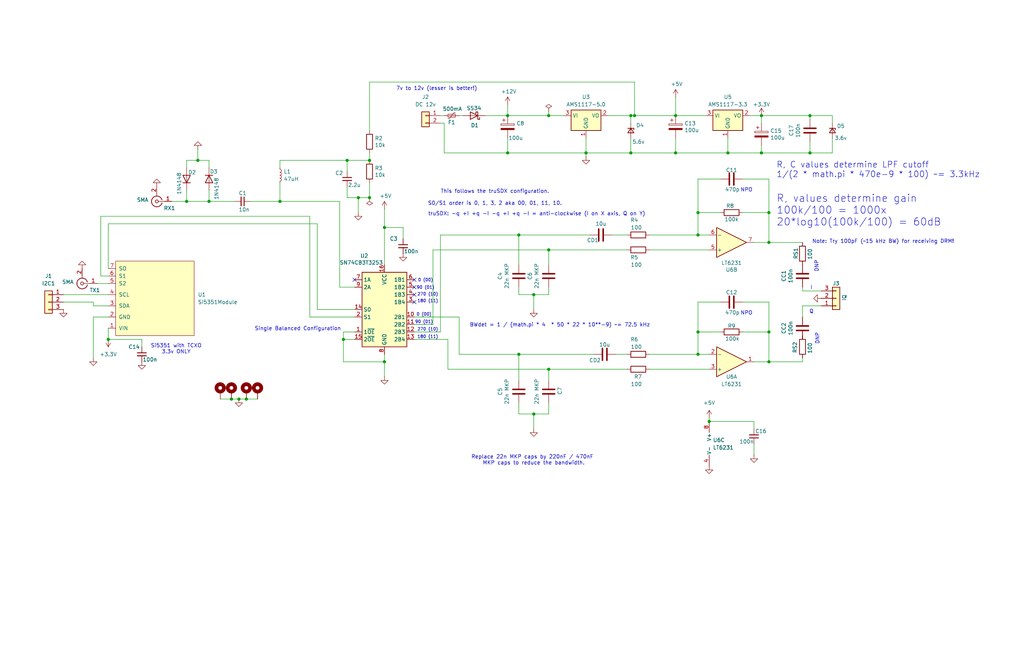
<source format=kicad_sch>
(kicad_sch (version 20231120) (generator "eeschema") (generator_version "8.0")
  (paper "User" 348.412 223.799)
  (title_block (title "QSD RX board for Quisk") (date "2024-06-22") (rev "v0.52") (company "Dhiru VU3CER / WQ6W"))
  (lib_symbols
    (symbol "Amplifier_Operational:LM4562" (pin_names (offset 0.127))
      (property "Reference" "U" (at 0 5.08 0))
      (property "Value" "LM4562" (at 0 -5.08 0))
      (symbol "LM4562_1_1"
        (polyline (pts (xy -5.08 5.08) (xy 5.08 0) (xy -5.08 -5.08) (xy -5.08 5.08)) (stroke (width 0.254)) (fill (type background)))
        (pin output line (at 7.62 0 180) (length 2.54) (name "~") (number "1"))
        (pin input line (at -7.62 -2.54 0) (length 2.54) (name "-") (number "2"))
        (pin input line (at -7.62 2.54 0) (length 2.54) (name "+") (number "3"))
      )
      (symbol "LM4562_2_1"
        (polyline (pts (xy -5.08 5.08) (xy 5.08 0) (xy -5.08 -5.08) (xy -5.08 5.08)) (stroke (width 0.254)) (fill (type background)))
        (pin input line (at -7.62 2.54 0) (length 2.54) (name "+") (number "5"))
        (pin input line (at -7.62 -2.54 0) (length 2.54) (name "-") (number "6"))
        (pin output line (at 7.62 0 180) (length 2.54) (name "~") (number "7"))
      )
      (symbol "LM4562_3_1"
        (pin power_in line (at -2.54 -7.62 90) (length 3.81) (name "V-") (number "4"))
        (pin power_in line (at -2.54 7.62 270) (length 3.81) (name "V+") (number "8"))
      )
    )
    (symbol "Amplifier_Operational:LT6234" (pin_names (offset 0.127))
      (property "Reference" "U" (at 0 5.08 0))
      (property "Value" "LT6234" (at 0 -5.08 0))
      (symbol "LT6234_1_1"
        (polyline (pts (xy -5.08 5.08) (xy 5.08 0) (xy -5.08 -5.08) (xy -5.08 5.08)) (stroke (width 0.254)) (fill (type background)))
        (pin output line (at 7.62 0 180) (length 2.54) (name "~") (number "1"))
        (pin input line (at -7.62 -2.54 0) (length 2.54) (name "-") (number "2"))
        (pin input line (at -7.62 2.54 0) (length 2.54) (name "+") (number "3"))
      )
      (symbol "LT6234_2_1"
        (polyline (pts (xy -5.08 5.08) (xy 5.08 0) (xy -5.08 -5.08) (xy -5.08 5.08)) (stroke (width 0.254)) (fill (type background)))
        (pin input line (at -7.62 2.54 0) (length 2.54) (name "+") (number "5"))
        (pin input line (at -7.62 -2.54 0) (length 2.54) (name "-") (number "6"))
        (pin output line (at 7.62 0 180) (length 2.54) (name "~") (number "7"))
      )
      (symbol "LT6234_3_1"
        (pin power_in line (at -2.54 -7.62 90) (length 3.81) (name "V-") (number "4"))
        (pin power_in line (at -2.54 7.62 270) (length 3.81) (name "V+") (number "8"))
      )
    )
    (symbol "Analog_Switch:SN74CBT3253"
      (property "Reference" "U" (at -7.62 13.97 0))
      (property "Value" "SN74CBT3253" (at -11.43 -13.97 0))
      (symbol "SN74CBT3253_0_1"
        (rectangle (start -7.62 12.7) (end 7.62 -12.7) (stroke (width 0.254)) (fill (type background)))
        (rectangle (start 7.62 -12.7) (end 7.62 -12.7))
      )
      (symbol "SN74CBT3253_1_1"
        (pin input line (at -10.16 -7.62 0) (length 2.54) (name "1~{OE}") (number "1"))
        (pin bidirectional line (at 10.16 -2.54 180) (length 2.54) (name "2B1") (number "10"))
        (pin bidirectional line (at 10.16 -5.08 180) (length 2.54) (name "2B2") (number "11"))
        (pin bidirectional line (at 10.16 -7.62 180) (length 2.54) (name "2B3") (number "12"))
        (pin bidirectional line (at 10.16 -10.16 180) (length 2.54) (name "2B4") (number "13"))
        (pin input line (at -10.16 0 0) (length 2.54) (name "S0") (number "14"))
        (pin input line (at -10.16 -10.16 0) (length 2.54) (name "2~{OE}") (number "15"))
        (pin power_in line (at 0 15.24 270) (length 2.54) (name "VCC") (number "16"))
        (pin input line (at -10.16 -2.54 0) (length 2.54) (name "S1") (number "2"))
        (pin bidirectional line (at 10.16 2.54 180) (length 2.54) (name "1B4") (number "3"))
        (pin bidirectional line (at 10.16 5.08 180) (length 2.54) (name "1B3") (number "4"))
        (pin bidirectional line (at 10.16 7.62 180) (length 2.54) (name "1B2") (number "5"))
        (pin bidirectional line (at 10.16 10.16 180) (length 2.54) (name "1B1") (number "6"))
        (pin bidirectional line (at -10.16 10.16 0) (length 2.54) (name "1A") (number "7"))
        (pin power_in line (at 0 -15.24 90) (length 2.54) (name "GND") (number "8"))
        (pin bidirectional line (at -10.16 7.62 0) (length 2.54) (name "2A") (number "9"))
      )
    )
    (symbol "Connector:Conn_Coaxial" (pin_names (offset 1.016) hide)
      (property "Reference" "J" (at 0.254 3.048 0))
      (property "Value" "Conn_Coaxial" (at 2.921 0 90))
      (symbol "Conn_Coaxial_0_1"
        (arc (start -1.778 -0.508) (mid 0.222 -1.8079) (end 1.778 0) (stroke (width 0.254)))
        (polyline (pts (xy -2.54 0) (xy -0.508 0)))
        (polyline (pts (xy 0 -2.54) (xy 0 -1.778)))
        (circle (center 0 0) (radius 0.508) (stroke (width 0.2032)))
        (arc (start 1.778 0) (mid 0.2221 1.8083) (end -1.778 0.508) (stroke (width 0.254)))
      )
      (symbol "Conn_Coaxial_1_1"
        (pin passive line (at -5.08 0 0) (length 2.54) (name "In") (number "1"))
        (pin passive line (at 0 -5.08 90) (length 2.54) (name "Ext") (number "2"))
      )
    )
    (symbol "Connector_Generic:Conn_01x02" (pin_names (offset 1.016) hide)
      (property "Reference" "J" (at 0 2.54 0))
      (property "Value" "Conn_01x02" (at 0 -5.08 0))
      (symbol "Conn_01x02_1_1"
        (rectangle (start -1.27 -2.413) (end 0 -2.667) (stroke (width 0.1524)))
        (rectangle (start -1.27 0.127) (end 0 -0.127) (stroke (width 0.1524)))
        (rectangle (start -1.27 1.27) (end 1.27 -3.81) (stroke (width 0.254)) (fill (type background)))
        (pin passive line (at -5.08 0 0) (length 3.81) (name "Pin_1") (number "1"))
        (pin passive line (at -5.08 -2.54 0) (length 3.81) (name "Pin_2") (number "2"))
      )
    )
    (symbol "Connector_Generic:Conn_01x03" (pin_names (offset 1.016) hide)
      (property "Reference" "J" (at 0 5.08 0))
      (property "Value" "Conn_01x03" (at 0 -5.08 0))
      (symbol "Conn_01x03_1_1"
        (rectangle (start -1.27 -2.413) (end 0 -2.667) (stroke (width 0.1524)))
        (rectangle (start -1.27 0.127) (end 0 -0.127) (stroke (width 0.1524)))
        (rectangle (start -1.27 2.667) (end 0 2.413) (stroke (width 0.1524)))
        (rectangle (start -1.27 3.81) (end 1.27 -3.81) (stroke (width 0.254)) (fill (type background)))
        (pin passive line (at -5.08 2.54 0) (length 3.81) (name "Pin_1") (number "1"))
        (pin passive line (at -5.08 0 0) (length 3.81) (name "Pin_2") (number "2"))
        (pin passive line (at -5.08 -2.54 0) (length 3.81) (name "Pin_3") (number "3"))
      )
    )
    (symbol "Device:C" (pin_numbers hide) (pin_names (offset 0.254))
      (property "Reference" "C" (at 0.635 2.54 0))
      (property "Value" "C" (at 0.635 -2.54 0))
      (symbol "C_0_1"
        (polyline (pts (xy -2.032 -0.762) (xy 2.032 -0.762)) (stroke (width 0.508)))
        (polyline (pts (xy -2.032 0.762) (xy 2.032 0.762)) (stroke (width 0.508)))
      )
      (symbol "C_1_1"
        (pin passive line (at 0 3.81 270) (length 2.794) (name "~") (number "1"))
        (pin passive line (at 0 -3.81 90) (length 2.794) (name "~") (number "2"))
      )
    )
    (symbol "Device:C_Polarized" (pin_numbers hide) (pin_names (offset 0.254))
      (property "Reference" "C" (at 0.635 2.54 0))
      (property "Value" "C_Polarized" (at 0.635 -2.54 0))
      (symbol "C_Polarized_0_1"
        (rectangle (start -2.286 0.508) (end 2.286 1.016))
        (polyline (pts (xy -1.778 2.286) (xy -0.762 2.286)))
        (polyline (pts (xy -1.27 2.794) (xy -1.27 1.778)))
        (rectangle (start 2.286 -0.508) (end -2.286 -1.016) (fill (type outline)))
      )
      (symbol "C_Polarized_1_1"
        (pin passive line (at 0 3.81 270) (length 2.794) (name "~") (number "1"))
        (pin passive line (at 0 -3.81 90) (length 2.794) (name "~") (number "2"))
      )
    )
    (symbol "Device:C_Small" (pin_numbers hide) (pin_names (offset 0.254) hide)
      (property "Reference" "C" (at 0.254 1.778 0))
      (property "Value" "C_Small" (at 0.254 -2.032 0))
      (symbol "C_Small_0_1"
        (polyline (pts (xy -1.524 -0.508) (xy 1.524 -0.508)) (stroke (width 0.3302)))
        (polyline (pts (xy -1.524 0.508) (xy 1.524 0.508)) (stroke (width 0.3048)))
      )
      (symbol "C_Small_1_1"
        (pin passive line (at 0 2.54 270) (length 2.032) (name "~") (number "1"))
        (pin passive line (at 0 -2.54 90) (length 2.032) (name "~") (number "2"))
      )
    )
    (symbol "Device:D_Zener_Small" (pin_numbers hide) (pin_names (offset 0.254) hide)
      (property "Reference" "D" (at 0 2.286 0))
      (property "Value" "D_Zener_Small" (at 0 -2.286 0))
      (symbol "D_Zener_Small_0_1"
        (polyline (pts (xy 0.762 0) (xy -0.762 0)))
        (polyline (pts (xy -0.254 1.016) (xy -0.762 1.016) (xy -0.762 -1.016)) (stroke (width 0.254)))
        (polyline (pts (xy 0.762 1.016) (xy -0.762 0) (xy 0.762 -1.016) (xy 0.762 1.016)) (stroke (width 0.254)))
      )
      (symbol "D_Zener_Small_1_1"
        (pin passive line (at -2.54 0 0) (length 1.778) (name "K") (number "1"))
        (pin passive line (at 2.54 0 180) (length 1.778) (name "A") (number "2"))
      )
    )
    (symbol "Device:L_Small" (pin_numbers hide) (pin_names (offset 0.254) hide)
      (property "Reference" "L" (at 0.762 1.016 0))
      (property "Value" "L_Small" (at 0.762 -1.016 0))
      (symbol "L_Small_0_1"
        (arc (start 0 -2.032) (mid 0.5058 -1.524) (end 0 -1.016))
        (arc (start 0 -1.016) (mid 0.5058 -0.508) (end 0 0))
        (arc (start 0 0) (mid 0.5058 0.508) (end 0 1.016))
        (arc (start 0 1.016) (mid 0.5058 1.524) (end 0 2.032))
      )
      (symbol "L_Small_1_1"
        (pin passive line (at 0 2.54 270) (length 0.508) (name "~") (number "1"))
        (pin passive line (at 0 -2.54 90) (length 0.508) (name "~") (number "2"))
      )
    )
    (symbol "Device:Polyfuse_Small" (pin_numbers hide) (pin_names (offset 0))
      (property "Reference" "F" (at -1.905 0 90))
      (property "Value" "Polyfuse_Small" (at 1.905 0 90))
      (symbol "Polyfuse_Small_0_1"
        (rectangle (start -0.508 1.27) (end 0.508 -1.27))
        (polyline (pts (xy 0 2.54) (xy 0 -2.54)))
        (polyline (pts (xy -1.016 1.27) (xy -1.016 0.762) (xy 1.016 -0.762) (xy 1.016 -1.27)))
      )
      (symbol "Polyfuse_Small_1_1"
        (pin passive line (at 0 2.54 270) (length 0.635) (name "~") (number "1"))
        (pin passive line (at 0 -2.54 90) (length 0.635) (name "~") (number "2"))
      )
    )
    (symbol "Device:R" (pin_numbers hide) (pin_names (offset 0))
      (property "Reference" "R" (at 2.032 0 90))
      (property "Value" "R" (at 0 0 90))
      (symbol "R_0_1"
        (rectangle (start -1.016 -2.54) (end 1.016 2.54) (stroke (width 0.254)))
      )
      (symbol "R_1_1"
        (pin passive line (at 0 3.81 270) (length 1.27) (name "~") (number "1"))
        (pin passive line (at 0 -3.81 90) (length 1.27) (name "~") (number "2"))
      )
    )
    (symbol "Diode:1N4148" (pin_numbers hide) (pin_names hide)
      (property "Reference" "D" (at 0 2.54 0))
      (property "Value" "1N4148" (at 0 -2.54 0))
      (symbol "1N4148_0_1"
        (polyline (pts (xy -1.27 1.27) (xy -1.27 -1.27)) (stroke (width 0.254)))
        (polyline (pts (xy 1.27 0) (xy -1.27 0)))
        (polyline (pts (xy 1.27 1.27) (xy 1.27 -1.27) (xy -1.27 0) (xy 1.27 1.27)) (stroke (width 0.254)))
      )
      (symbol "1N4148_1_1"
        (pin passive line (at -3.81 0 0) (length 2.54) (name "K") (number "1"))
        (pin passive line (at 3.81 0 180) (length 2.54) (name "A") (number "2"))
      )
    )
    (symbol "Diode:SS34" (pin_numbers hide) (pin_names (offset 1.016) hide)
      (property "Reference" "D" (at 0 2.54 0))
      (property "Value" "SS34" (at 0 -2.54 0))
      (symbol "SS34_0_1"
        (polyline (pts (xy 1.27 0) (xy -1.27 0)))
        (polyline (pts (xy 1.27 1.27) (xy 1.27 -1.27) (xy -1.27 0) (xy 1.27 1.27)) (stroke (width 0.254)))
        (polyline (pts (xy -1.905 0.635) (xy -1.905 1.27) (xy -1.27 1.27) (xy -1.27 -1.27) (xy -0.635 -1.27) (xy -0.635 -0.635)) (stroke (width 0.254)))
      )
      (symbol "SS34_1_1"
        (pin passive line (at -3.81 0 0) (length 2.54) (name "K") (number "1"))
        (pin passive line (at 3.81 0 180) (length 2.54) (name "A") (number "2"))
      )
    )
    (symbol "Mechanical:MountingHole_Pad" (pin_numbers hide) (pin_names (offset 1.016) hide)
      (property "Reference" "H" (at 0 6.35 0))
      (property "Value" "MountingHole_Pad" (at 0 4.445 0))
      (symbol "MountingHole_Pad_0_1"
        (circle (center 0 1.27) (radius 1.27) (stroke (width 1.27)))
      )
      (symbol "MountingHole_Pad_1_1"
        (pin input line (at 0 -2.54 90) (length 2.54) (name "1") (number "1"))
      )
    )
    (symbol "Regulator_Linear:AMS1117-3.3"
      (property "Reference" "U" (at -3.81 3.175 0))
      (property "Value" "AMS1117-3.3" (at 0 3.175 0))
      (symbol "AMS1117-3.3_0_1"
        (rectangle (start -5.08 -5.08) (end 5.08 1.905) (stroke (width 0.254)) (fill (type background)))
      )
      (symbol "AMS1117-3.3_1_1"
        (pin power_in line (at 0 -7.62 90) (length 2.54) (name "GND") (number "1"))
        (pin power_out line (at 7.62 0 180) (length 2.54) (name "VO") (number "2"))
        (pin power_in line (at -7.62 0 0) (length 2.54) (name "VI") (number "3"))
      )
    )
    (symbol "Regulator_Linear:AMS1117-5.0"
      (property "Reference" "U" (at -3.81 3.175 0))
      (property "Value" "AMS1117-5.0" (at 0 3.175 0))
      (symbol "AMS1117-5.0_0_1"
        (rectangle (start -5.08 -5.08) (end 5.08 1.905) (stroke (width 0.254)) (fill (type background)))
      )
      (symbol "AMS1117-5.0_1_1"
        (pin power_in line (at 0 -7.62 90) (length 2.54) (name "GND") (number "1"))
        (pin power_out line (at 7.62 0 180) (length 2.54) (name "VO") (number "2"))
        (pin power_in line (at -7.62 0 0) (length 2.54) (name "VI") (number "3"))
      )
    )
    (symbol "power:+12V" (power) (pin_numbers hide) (pin_names (offset 0) hide)
      (property "Value" "+12V" (at 0 3.556 0))
      (symbol "+12V_0_1"
        (polyline (pts (xy -0.762 1.27) (xy 0 2.54)))
        (polyline (pts (xy 0 0) (xy 0 2.54)))
        (polyline (pts (xy 0 2.54) (xy 0.762 1.27)))
      )
      (symbol "+12V_1_1"
        (pin power_in line (at 0 0 90) (length 0) (name "~") (number "1"))
      )
    )
    (symbol "power:+3.3V" (power) (pin_numbers hide) (pin_names (offset 0) hide)
      (property "Value" "+3.3V" (at 0 3.556 0))
      (symbol "+3.3V_0_1"
        (polyline (pts (xy -0.762 1.27) (xy 0 2.54)))
        (polyline (pts (xy 0 0) (xy 0 2.54)))
        (polyline (pts (xy 0 2.54) (xy 0.762 1.27)))
      )
      (symbol "+3.3V_1_1"
        (pin power_in line (at 0 0 90) (length 0) (name "~") (number "1"))
      )
    )
    (symbol "power:+5V" (power) (pin_numbers hide) (pin_names (offset 0) hide)
      (property "Value" "+5V" (at 0 3.556 0))
      (symbol "+5V_0_1"
        (polyline (pts (xy -0.762 1.27) (xy 0 2.54)))
        (polyline (pts (xy 0 0) (xy 0 2.54)))
        (polyline (pts (xy 0 2.54) (xy 0.762 1.27)))
      )
      (symbol "+5V_1_1"
        (pin power_in line (at 0 0 90) (length 0) (name "~") (number "1"))
      )
    )
    (symbol "power:GND" (power) (pin_numbers hide) (pin_names (offset 0) hide)
      (property "Value" "GND" (at 0 -3.81 0))
      (symbol "GND_0_1"
        (polyline (pts (xy 0 0) (xy 0 -1.27) (xy 1.27 -1.27) (xy 0 -2.54) (xy -1.27 -1.27) (xy 0 -1.27)))
      )
      (symbol "GND_1_1"
        (pin power_in line (at 0 0 270) (length 0) (name "~") (number "1"))
      )
    )
    (symbol "power:PWR_FLAG" (power) (pin_numbers hide) (pin_names (offset 0) hide)
      (property "Value" "PWR_FLAG" (at 0 3.81 0))
      (symbol "PWR_FLAG_0_0"
        (pin power_out line (at 0 0 90) (length 0) (name "~") (number "1"))
      )
      (symbol "PWR_FLAG_0_1"
        (polyline (pts (xy 0 0) (xy 0 1.27) (xy -1.016 1.905) (xy 0 2.54) (xy 1.016 1.905) (xy 0 1.27)))
      )
    )
    (symbol "si5351module_fixed:SI5351Module_2-VFO" (pin_names (offset 1.016))
      (property "Reference" "U1" (at 15.24 1.2701 0))
      (property "Value" "SI5351Module" (at 15.24 -1.2699 0))
      (symbol "SI5351Module_2-VFO_0_1"
        (rectangle (start -12.7 12.7) (end 13.97 -12.7) (fill (type background)))
      )
      (symbol "SI5351Module_2-VFO_1_1"
        (pin input line (at -15.24 -10.16 0) (length 2.54) (name "VIN") (number "1"))
        (pin input line (at -15.24 -6.35 0) (length 2.54) (name "GND") (number "2"))
        (pin input line (at -15.24 -2.54 0) (length 2.54) (name "SDA") (number "3"))
        (pin input line (at -15.24 1.27 0) (length 2.54) (name "SCL") (number "4"))
        (pin output line (at -15.24 5.08 0) (length 2.54) (name "S2") (number "5"))
        (pin output line (at -15.24 7.62 0) (length 2.54) (name "S1") (number "6"))
        (pin output line (at -15.24 10.16 0) (length 2.54) (name "SO") (number "7"))
      )
    )
  )
  (junction (at 186.69 85.09))
  (junction (at 229.87 52.07))
  (junction (at 78.74 135.89))
  (junction (at 125.73 54.61))
  (junction (at 237.49 72.39))
  (junction (at 176.53 80.01))
  (junction (at 237.49 113.03))
  (junction (at 261.62 113.03))
  (junction (at 186.69 125.73))
  (junction (at 67.31 54.61))
  (junction (at 229.87 39.37))
  (junction (at 186.69 39.37))
  (junction (at 241.3 143.51))
  (junction (at 172.72 39.37))
  (junction (at 247.65 52.07))
  (junction (at 125.73 67.31))
  (junction (at 121.92 67.31))
  (junction (at 130.81 123.19))
  (junction (at 36.83 115.57))
  (junction (at 181.61 140.97))
  (junction (at 259.08 39.37))
  (junction (at 237.49 120.65))
  (junction (at 95.25 68.58))
  (junction (at 275.59 39.37))
  (junction (at 261.62 123.19))
  (junction (at 214.63 39.37))
  (junction (at 261.62 82.55))
  (junction (at 275.59 52.07))
  (junction (at 176.53 120.65))
  (junction (at 261.62 72.39))
  (junction (at 181.61 100.33))
  (junction (at 71.12 68.58))
  (junction (at 214.63 52.07))
  (junction (at 199.39 52.07))
  (junction (at 63.5 68.58))
  (junction (at 237.49 80.01))
  (junction (at 118.11 54.61))
  (junction (at 172.72 52.07))
  (junction (at 81.28 135.89))
  (junction (at 83.82 135.89))
  (junction (at 259.08 52.07))
  (junction (at 116.84 115.57))
  (junction (at 130.81 77.47))
  (junction (at 215.9 39.37))
  (no_connect (at 140.97 102.87))
  (no_connect (at 140.97 95.25))
  (no_connect (at 140.97 97.79))
  (no_connect (at 120.65 95.25))
  (no_connect (at 140.97 100.33))
  (wire (pts (xy 21.59 100.33) (xy 36.83 100.33)))
  (wire (pts (xy 252.73 102.87) (xy 261.62 102.87)))
  (wire (pts (xy 165.1 39.37) (xy 172.72 39.37)))
  (wire (pts (xy 241.3 142.24) (xy 241.3 143.51)))
  (wire (pts (xy 71.12 64.77) (xy 71.12 68.58)))
  (wire (pts (xy 125.73 54.61) (xy 125.73 52.07)))
  (wire (pts (xy 220.98 125.73) (xy 241.3 125.73)))
  (wire (pts (xy 125.73 67.31) (xy 121.92 67.31)))
  (wire (pts (xy 256.54 143.51) (xy 256.54 146.05)))
  (wire (pts (xy 208.28 80.01) (xy 213.36 80.01)))
  (wire (pts (xy 105.41 73.66) (xy 105.41 107.95)))
  (wire (pts (xy 140.97 110.49) (xy 147.32 110.49)))
  (wire (pts (xy 58.42 68.58) (xy 63.5 68.58)))
  (wire (pts (xy 186.69 125.73) (xy 213.36 125.73)))
  (wire (pts (xy 261.62 123.19) (xy 273.05 123.19)))
  (wire (pts (xy 116.84 115.57) (xy 120.65 115.57)))
  (wire (pts (xy 140.97 107.95) (xy 156.21 107.95)))
  (wire (pts (xy 275.59 40.64) (xy 275.59 39.37)))
  (wire (pts (xy 63.5 68.58) (xy 71.12 68.58)))
  (wire (pts (xy 283.21 46.99) (xy 283.21 52.07)))
  (wire (pts (xy 85.09 68.58) (xy 95.25 68.58)))
  (wire (pts (xy 95.25 68.58) (xy 115.57 68.58)))
  (wire (pts (xy 237.49 120.65) (xy 241.3 120.65)))
  (wire (pts (xy 130.81 71.12) (xy 130.81 77.47)))
  (wire (pts (xy 273.05 104.14) (xy 273.05 107.95)))
  (wire (pts (xy 172.72 35.56) (xy 172.72 39.37)))
  (wire (pts (xy 63.5 54.61) (xy 63.5 57.15)))
  (wire (pts (xy 209.55 120.65) (xy 213.36 120.65)))
  (wire (pts (xy 245.11 113.03) (xy 237.49 113.03)))
  (wire (pts (xy 172.72 46.99) (xy 172.72 52.07)))
  (wire (pts (xy 149.86 41.91) (xy 151.13 41.91)))
  (wire (pts (xy 36.83 107.95) (xy 31.75 107.95)))
  (wire (pts (xy 116.84 113.03) (xy 116.84 115.57)))
  (wire (pts (xy 215.9 39.37) (xy 229.87 39.37)))
  (wire (pts (xy 67.31 54.61) (xy 71.12 54.61)))
  (wire (pts (xy 118.11 54.61) (xy 125.73 54.61)))
  (wire (pts (xy 252.73 113.03) (xy 261.62 113.03)))
  (wire (pts (xy 71.12 54.61) (xy 71.12 57.15)))
  (wire (pts (xy 118.11 54.61) (xy 118.11 58.42)))
  (wire (pts (xy 34.29 73.66) (xy 105.41 73.66)))
  (wire (pts (xy 214.63 46.99) (xy 214.63 52.07)))
  (wire (pts (xy 283.21 52.07) (xy 275.59 52.07)))
  (wire (pts (xy 48.26 115.57) (xy 48.26 118.11)))
  (wire (pts (xy 125.73 27.94) (xy 125.73 44.45)))
  (wire (pts (xy 247.65 46.99) (xy 247.65 52.07)))
  (wire (pts (xy 137.16 77.47) (xy 130.81 77.47)))
  (wire (pts (xy 71.12 68.58) (xy 80.01 68.58)))
  (wire (pts (xy 261.62 82.55) (xy 256.54 82.55)))
  (wire (pts (xy 130.81 120.65) (xy 130.81 123.19)))
  (wire (pts (xy 176.53 80.01) (xy 200.66 80.01)))
  (wire (pts (xy 95.25 54.61) (xy 118.11 54.61)))
  (wire (pts (xy 130.81 123.19) (xy 130.81 128.27)))
  (wire (pts (xy 220.98 85.09) (xy 241.3 85.09)))
  (wire (pts (xy 107.95 105.41) (xy 120.65 105.41)))
  (wire (pts (xy 36.83 111.76) (xy 36.83 115.57)))
  (wire (pts (xy 125.73 62.23) (xy 125.73 67.31)))
  (wire (pts (xy 214.63 52.07) (xy 229.87 52.07)))
  (wire (pts (xy 229.87 39.37) (xy 240.03 39.37)))
  (wire (pts (xy 186.69 90.17) (xy 186.69 85.09)))
  (wire (pts (xy 81.28 135.89) (xy 83.82 135.89)))
  (wire (pts (xy 199.39 52.07) (xy 214.63 52.07)))
  (wire (pts (xy 256.54 151.13) (xy 256.54 154.94)))
  (wire (pts (xy 186.69 38.1) (xy 186.69 39.37)))
  (wire (pts (xy 67.31 50.8) (xy 67.31 54.61)))
  (wire (pts (xy 245.11 102.87) (xy 237.49 102.87)))
  (wire (pts (xy 34.29 93.98) (xy 34.29 73.66)))
  (wire (pts (xy 259.08 39.37) (xy 255.27 39.37)))
  (wire (pts (xy 181.61 140.97) (xy 181.61 146.05)))
  (wire (pts (xy 279.4 99.06) (xy 273.05 99.06)))
  (wire (pts (xy 130.81 77.47) (xy 130.81 90.17)))
  (wire (pts (xy 176.53 140.97) (xy 181.61 140.97)))
  (wire (pts (xy 252.73 72.39) (xy 261.62 72.39)))
  (wire (pts (xy 273.05 114.3) (xy 273.05 115.57)))
  (wire (pts (xy 21.59 102.87) (xy 31.75 102.87)))
  (wire (pts (xy 147.32 85.09) (xy 147.32 110.49)))
  (wire (pts (xy 115.57 68.58) (xy 115.57 97.79)))
  (wire (pts (xy 275.59 39.37) (xy 259.08 39.37)))
  (wire (pts (xy 156.21 39.37) (xy 157.48 39.37)))
  (wire (pts (xy 186.69 39.37) (xy 191.77 39.37)))
  (wire (pts (xy 261.62 123.19) (xy 256.54 123.19)))
  (wire (pts (xy 237.49 60.96) (xy 237.49 72.39)))
  (wire (pts (xy 259.08 52.07) (xy 275.59 52.07)))
  (wire (pts (xy 147.32 85.09) (xy 186.69 85.09)))
  (wire (pts (xy 95.25 62.23) (xy 95.25 68.58)))
  (wire (pts (xy 279.4 104.14) (xy 273.05 104.14)))
  (wire (pts (xy 118.11 63.5) (xy 118.11 67.31)))
  (wire (pts (xy 116.84 123.19) (xy 116.84 115.57)))
  (wire (pts (xy 181.61 100.33) (xy 176.53 100.33)))
  (wire (pts (xy 199.39 52.07) (xy 199.39 53.34)))
  (wire (pts (xy 229.87 33.02) (xy 229.87 39.37)))
  (wire (pts (xy 105.41 107.95) (xy 120.65 107.95)))
  (wire (pts (xy 36.83 93.98) (xy 34.29 93.98)))
  (wire (pts (xy 259.08 41.91) (xy 259.08 39.37)))
  (wire (pts (xy 120.65 113.03) (xy 116.84 113.03)))
  (wire (pts (xy 275.59 39.37) (xy 283.21 39.37)))
  (wire (pts (xy 245.11 60.96) (xy 237.49 60.96)))
  (wire (pts (xy 181.61 140.97) (xy 186.69 140.97)))
  (wire (pts (xy 275.59 52.07) (xy 275.59 48.26)))
  (wire (pts (xy 130.81 123.19) (xy 116.84 123.19)))
  (wire (pts (xy 247.65 52.07) (xy 259.08 52.07)))
  (wire (pts (xy 140.97 113.03) (xy 149.86 113.03)))
  (wire (pts (xy 149.86 80.01) (xy 176.53 80.01)))
  (wire (pts (xy 252.73 60.96) (xy 261.62 60.96)))
  (wire (pts (xy 181.61 100.33) (xy 186.69 100.33)))
  (wire (pts (xy 229.87 52.07) (xy 229.87 46.99)))
  (wire (pts (xy 121.92 67.31) (xy 118.11 67.31)))
  (wire (pts (xy 121.92 72.39) (xy 121.92 67.31)))
  (wire (pts (xy 125.73 27.94) (xy 215.9 27.94)))
  (wire (pts (xy 78.74 135.89) (xy 81.28 135.89)))
  (wire (pts (xy 237.49 80.01) (xy 237.49 72.39)))
  (wire (pts (xy 214.63 39.37) (xy 215.9 39.37)))
  (wire (pts (xy 74.93 135.89) (xy 78.74 135.89)))
  (wire (pts (xy 186.69 97.79) (xy 186.69 100.33)))
  (wire (pts (xy 172.72 39.37) (xy 186.69 39.37)))
  (wire (pts (xy 181.61 100.33) (xy 181.61 105.41)))
  (wire (pts (xy 33.02 96.52) (xy 36.83 96.52)))
  (wire (pts (xy 237.49 113.03) (xy 237.49 120.65)))
  (wire (pts (xy 261.62 82.55) (xy 273.05 82.55)))
  (wire (pts (xy 152.4 125.73) (xy 152.4 115.57)))
  (wire (pts (xy 36.83 76.2) (xy 36.83 91.44)))
  (wire (pts (xy 156.21 120.65) (xy 176.53 120.65)))
  (wire (pts (xy 186.69 129.54) (xy 186.69 125.73)))
  (wire (pts (xy 149.86 39.37) (xy 151.13 39.37)))
  (wire (pts (xy 152.4 115.57) (xy 140.97 115.57)))
  (wire (pts (xy 137.16 77.47) (xy 137.16 81.28)))
  (wire (pts (xy 149.86 113.03) (xy 149.86 80.01)))
  (wire (pts (xy 176.53 120.65) (xy 201.93 120.65)))
  (wire (pts (xy 31.75 107.95) (xy 31.75 121.92)))
  (wire (pts (xy 207.01 39.37) (xy 214.63 39.37)))
  (wire (pts (xy 176.53 120.65) (xy 176.53 129.54)))
  (wire (pts (xy 261.62 60.96) (xy 261.62 72.39)))
  (wire (pts (xy 151.13 52.07) (xy 172.72 52.07)))
  (wire (pts (xy 237.49 72.39) (xy 245.11 72.39)))
  (wire (pts (xy 176.53 137.16) (xy 176.53 140.97)))
  (wire (pts (xy 156.21 107.95) (xy 156.21 120.65)))
  (wire (pts (xy 176.53 80.01) (xy 176.53 90.17)))
  (wire (pts (xy 215.9 27.94) (xy 215.9 39.37)))
  (wire (pts (xy 273.05 121.92) (xy 273.05 123.19)))
  (wire (pts (xy 220.98 80.01) (xy 237.49 80.01)))
  (wire (pts (xy 214.63 39.37) (xy 214.63 41.91)))
  (wire (pts (xy 186.69 137.16) (xy 186.69 140.97)))
  (wire (pts (xy 63.5 64.77) (xy 63.5 68.58)))
  (wire (pts (xy 36.83 76.2) (xy 107.95 76.2)))
  (wire (pts (xy 273.05 97.79) (xy 273.05 99.06)))
  (wire (pts (xy 176.53 97.79) (xy 176.53 100.33)))
  (wire (pts (xy 261.62 72.39) (xy 261.62 82.55)))
  (wire (pts (xy 31.75 102.87) (xy 31.75 104.14)))
  (wire (pts (xy 36.83 115.57) (xy 48.26 115.57)))
  (wire (pts (xy 115.57 97.79) (xy 120.65 97.79)))
  (wire (pts (xy 107.95 76.2) (xy 107.95 105.41)))
  (wire (pts (xy 63.5 54.61) (xy 67.31 54.61)))
  (wire (pts (xy 186.69 85.09) (xy 213.36 85.09)))
  (wire (pts (xy 220.98 120.65) (xy 237.49 120.65)))
  (wire (pts (xy 261.62 102.87) (xy 261.62 113.03)))
  (wire (pts (xy 229.87 52.07) (xy 247.65 52.07)))
  (wire (pts (xy 152.4 125.73) (xy 186.69 125.73)))
  (wire (pts (xy 237.49 102.87) (xy 237.49 113.03)))
  (wire (pts (xy 83.82 135.89) (xy 87.63 135.89)))
  (wire (pts (xy 241.3 80.01) (xy 237.49 80.01)))
  (wire (pts (xy 95.25 54.61) (xy 95.25 57.15)))
  (wire (pts (xy 199.39 46.99) (xy 199.39 52.07)))
  (wire (pts (xy 283.21 39.37) (xy 283.21 41.91)))
  (wire (pts (xy 259.08 52.07) (xy 259.08 49.53)))
  (wire (pts (xy 261.62 113.03) (xy 261.62 123.19)))
  (wire (pts (xy 241.3 143.51) (xy 256.54 143.51)))
  (wire (pts (xy 31.75 104.14) (xy 36.83 104.14)))
  (wire (pts (xy 151.13 41.91) (xy 151.13 52.07)))
  (wire (pts (xy 172.72 52.07) (xy 199.39 52.07)))
  (text "truSDX: -q +I +q -I -q +I +q -I = anti-clockwise (I on X axis, Q on Y)" (at 182.626 72.898 0) (effects (font (size 1.27 1.27))))
  (text "NPO" (at 254 64.77 0) (effects (font (size 1.27 1.27))))
  (text "7v to 12v (lesser is better!)" (at 148.59 30.226 0) (effects (font (size 1.27 1.27))))
  (text "DNP" (at 278.13 115.316 90) (effects (font (size 1.27 1.27))))
  (text "0 (00)" (at 144.78 95.504 0) (effects (font (size 1.016 1.016))))
  (text "I" (at 276.098 98.044 0) (effects (font (size 1.27 1.27))))
  (text "180 (11)" (at 145.542 102.616 0) (effects (font (size 1.016 1.016))))
  (text "BWdet = 1 / (math.pi * 4  * 50 * 22 * 10**-9) ~= 72.5 kHz" (at 190.5 110.744 0) (effects (font (size 1.27 1.27))))
  (text "R, values determine gain\n100k/100 = 1000x\n20*log10(100k/100) = 60dB" (at 264.16 77.216 0) (effects (font (size 2.5 2.5)) (justify left bottom)))
  (text "Note: Try 100pF (~15 kHz BW) for receiving DRM!" (at 300.482 82.296 0) (effects (font (size 1.27 1.27))))
  (text "0 (00)" (at 144.272 107.188 0) (effects (font (size 1.016 1.016))))
  (text "180 (11)" (at 145.542 114.808 0) (effects (font (size 1.016 1.016))))
  (text "Replace 22n MKP caps by 220nF / 470nF \nMKP caps to reduce the bandwidth." (at 181.61 156.718 0) (effects (font (size 1.27 1.27))))
  (text "90 (01)" (at 144.78 98.044 0) (effects (font (size 1.016 1.016))))
  (text "270 (10)" (at 145.542 100.33 0) (effects (font (size 1.016 1.016))))
  (text "R, C values determine LPF cutoff\n1/(2 * math.pi * 470e-9 * 100) ~= 3.3kHz" (at 264.16 60.706 0) (effects (font (size 2.032 2.032)) (justify left bottom)))
  (text "270 (10)" (at 145.542 112.268 0) (effects (font (size 1.016 1.016))))
  (text "Si5351 with TCXO\n3.3v ONLY" (at 59.944 118.872 0) (effects (font (size 1.27 1.27))))
  (text "Single Balanced Configuration" (at 101.346 112.014 0) (effects (font (size 1.27 1.27))))
  (text "Q" (at 276.098 106.172 0) (effects (font (size 1.27 1.27))))
  (text "DNP" (at 277.876 90.678 90) (effects (font (size 1.27 1.27))))
  (text "90 (01)" (at 144.272 109.728 0) (effects (font (size 1.016 1.016))))
  (text "NPO" (at 254 106.68 0) (effects (font (size 1.27 1.27))))
  (text "This follows the truSDX configuration.\n\nS0/S1 order is 0, 1, 3, 2 aka 00, 01, 11, 10." (at 168.402 67.31 0) (effects (font (size 1.27 1.27))))
  (symbol (lib_id "Connector:Conn_Coaxial") (at 27.94 96.52 180) (unit 1)
    (property "Reference" "TX1" (at 32.258 98.806 0))
    (property "Value" "SMA" (at 23.114 96.012 0))
    (property "Footprint" "Connector_Coaxial:SMA_Samtec_SMA-J-P-H-ST-EM1_EdgeMount" (effects (hide yes)))
    (property "Description" "coaxial connector (BNC, SMA, SMB, SMC, Cinch/RCA, LEMO, ...)" (effects (hide yes)))
  )
  (symbol (lib_id "Device:R") (at 125.73 48.26 0) (unit 1)
    (property "Reference" "R2" (at 127.508 47.0916 0) (effects (justify left)))
    (property "Value" "10k" (at 127.508 49.403 0) (effects (justify left)))
    (property "Footprint" "Resistor_SMD:R_1206_3216Metric_Pad1.30x1.75mm_HandSolder" (effects (hide yes)))
  )
  (symbol (lib_id "power:PWR_FLAG") (at 186.69 38.1 0) (unit 1)
    (property "Reference" "#FLG02" (effects (hide yes)))
    (property "Value" "PWR_FLAG" (effects (hide yes)))
    (property "Description" "Special symbol for telling ERC where power comes from" (effects (hide yes)))
  )
  (symbol (lib_id "Mechanical:MountingHole_Pad") (at 87.63 133.35 0) (unit 1)
    (property "Reference" "H4" (effects (hide yes)))
    (property "Value" "MountingHole_Pad" (effects (hide yes)))
    (property "Footprint" "MountingHole:MountingHole_3.2mm_M3_Pad_Via" (effects (hide yes)))
  )
  (symbol (lib_id "Device:C_Small") (at 137.16 83.82 0) (unit 1)
    (property "Reference" "C3" (at 132.588 81.28 0) (effects (justify left)))
    (property "Value" "100n" (at 137.414 85.598 0) (effects (justify left)))
    (property "Footprint" "Capacitor_SMD:C_1206_3216Metric_Pad1.33x1.80mm_HandSolder" (effects (hide yes)))
    (property "Description" "Unpolarized capacitor, small symbol" (effects (hide yes)))
  )
  (symbol (lib_id "Device:L_Small") (at 95.25 59.69 0) (unit 1)
    (property "Reference" "L1" (at 96.52 58.4199 0) (effects (justify left)))
    (property "Value" "47uH" (at 96.52 60.9599 0) (effects (justify left)))
    (property "Footprint" "Inductor_SMD:L_1210_3225Metric_Pad1.42x2.65mm_HandSolder" (effects (hide yes)))
    (property "Description" "Inductor, small symbol" (effects (hide yes)))
  )
  (symbol (lib_id "Device:R") (at 248.92 72.39 90) (unit 1)
    (property "Reference" "R8" (at 248.412 70.104 90))
    (property "Value" "100k" (at 248.92 74.676 90))
    (property "Footprint" "Resistor_SMD:R_1206_3216Metric_Pad1.30x1.75mm_HandSolder" (effects (hide yes)))
  )
  (symbol (lib_id "power:+3.3V") (at 36.83 115.57 180) (unit 1)
    (property "Reference" "#PWR03" (effects (hide yes)))
    (property "Value" "+3.3V" (at 36.83 120.65 0))
    (property "Description" "Power symbol creates a global label with name \"+3.3V\"" (effects (hide yes)))
  )
  (symbol (lib_id "power:+5V") (at 130.81 71.12 0) (unit 1)
    (property "Reference" "#PWR07" (effects (hide yes)))
    (property "Value" "+5V" (at 131.191 66.7258 0))
    (property "Description" "Power symbol creates a global label with name \"+5V\"" (effects (hide yes)))
  )
  (symbol (lib_id "Device:C_Small") (at 256.54 148.59 180) (unit 1)
    (property "Reference" "C16" (at 260.858 146.812 0) (effects (justify left)))
    (property "Value" "100n" (at 256.54 150.368 0) (effects (justify left)))
    (property "Footprint" "Capacitor_SMD:C_1206_3216Metric_Pad1.33x1.80mm_HandSolder" (effects (hide yes)))
    (property "Description" "Unpolarized capacitor, small symbol" (effects (hide yes)))
  )
  (symbol (lib_id "Device:C") (at 273.05 93.98 180) (unit 1)
    (property "Reference" "CC1" (at 266.6746 93.98 90))
    (property "Value" "100n" (at 268.986 93.98 90))
    (property "Footprint" "Capacitor_SMD:C_1206_3216Metric_Pad1.33x1.80mm_HandSolder" (effects (hide yes)))
  )
  (symbol (lib_id "Amplifier_Operational:LM4562") (at 248.92 82.55 0) (mirror x) (unit 2)
    (property "Reference" "U6" (at 248.92 91.8464 0))
    (property "Value" "LT6231" (at 248.92 89.535 0))
    (property "Footprint" "Package_SO:SO-8_3.9x4.9mm_P1.27mm" (effects (hide yes)))
    (property "Datasheet" "http://www.ti.com/lit/ds/symlink/lm4562.pdf" (effects (hide yes)))
  )
  (symbol (lib_id "power:GND") (at 31.75 121.92 0) (unit 1)
    (property "Reference" "#PWR02" (effects (hide yes)))
    (property "Value" "GND" (effects (hide yes)))
    (property "Description" "Power symbol creates a global label with name \"GND\" , ground" (effects (hide yes)))
  )
  (symbol (lib_id "power:+5V") (at 241.3 142.24 0) (unit 1)
    (property "Reference" "#PWR015" (effects (hide yes)))
    (property "Value" "+5V" (at 241.3 137.16 0))
    (property "Description" "Power symbol creates a global label with name \"+5V\"" (effects (hide yes)))
  )
  (symbol (lib_id "Mechanical:MountingHole_Pad") (at 78.74 133.35 0) (unit 1)
    (property "Reference" "H2" (effects (hide yes)))
    (property "Value" "MountingHole_Pad" (effects (hide yes)))
    (property "Footprint" "MountingHole:MountingHole_3.2mm_M3_Pad_Via" (effects (hide yes)))
  )
  (symbol (lib_id "power:GND") (at 53.34 63.5 180) (unit 1)
    (property "Reference" "#PWR04" (effects (hide yes)))
    (property "Value" "GND" (effects (hide yes)))
    (property "Description" "Power symbol creates a global label with name \"GND\" , ground" (effects (hide yes)))
  )
  (symbol (lib_id "power:+3.3V") (at 259.08 39.37 0) (unit 1)
    (property "Reference" "#PWR020" (effects (hide yes)))
    (property "Value" "+3.3V" (at 259.08 35.56 0))
    (property "Description" "Power symbol creates a global label with name \"+3.3V\"" (effects (hide yes)))
  )
  (symbol (lib_id "Device:R") (at 273.05 86.36 0) (unit 1)
    (property "Reference" "RS1" (at 270.764 84.328 90) (effects (justify right)))
    (property "Value" "100" (at 275.59 84.582 90) (effects (justify right)))
    (property "Footprint" "Resistor_SMD:R_1206_3216Metric_Pad1.30x1.75mm_HandSolder" (effects (hide yes)))
  )
  (symbol (lib_id "Device:R") (at 248.92 113.03 90) (unit 1)
    (property "Reference" "R9" (at 248.92 110.998 90))
    (property "Value" "100k" (at 249.174 115.316 90))
    (property "Footprint" "Resistor_SMD:R_1206_3216Metric_Pad1.30x1.75mm_HandSolder" (effects (hide yes)))
  )
  (symbol (lib_id "power:GND") (at 241.3 158.75 0) (unit 1)
    (property "Reference" "#PWR022" (effects (hide yes)))
    (property "Value" "GND" (effects (hide yes)))
    (property "Description" "Power symbol creates a global label with name \"GND\" , ground" (effects (hide yes)))
  )
  (symbol (lib_id "Device:R") (at 217.17 120.65 270) (unit 1)
    (property "Reference" "R6" (at 217.17 115.57 90) (effects (justify right)))
    (property "Value" "100" (at 218.44 118.11 90) (effects (justify right)))
    (property "Footprint" "Resistor_SMD:R_1206_3216Metric_Pad1.30x1.75mm_HandSolder" (effects (hide yes)))
  )
  (symbol (lib_id "Mechanical:MountingHole_Pad") (at 83.82 133.35 0) (unit 1)
    (property "Reference" "H3" (effects (hide yes)))
    (property "Value" "MountingHole_Pad" (effects (hide yes)))
    (property "Footprint" "MountingHole:MountingHole_3.2mm_M3_Pad_Via" (effects (hide yes)))
  )
  (symbol (lib_id "Device:R") (at 273.05 118.11 0) (unit 1)
    (property "Reference" "RS2" (at 270.51 116.332 90) (effects (justify right)))
    (property "Value" "100" (at 275.59 116.586 90) (effects (justify right)))
    (property "Footprint" "Resistor_SMD:R_1206_3216Metric_Pad1.30x1.75mm_HandSolder" (effects (hide yes)))
  )
  (symbol (lib_id "Device:R") (at 217.17 80.01 270) (unit 1)
    (property "Reference" "R4" (at 217.17 74.93 90) (effects (justify right)))
    (property "Value" "100" (at 218.44 77.47 90) (effects (justify right)))
    (property "Footprint" "Resistor_SMD:R_1206_3216Metric_Pad1.30x1.75mm_HandSolder" (effects (hide yes)))
  )
  (symbol (lib_id "Device:C") (at 204.47 80.01 270) (unit 1)
    (property "Reference" "CD1" (at 201.676 81.788 90))
    (property "Value" "10u" (at 204.47 76.2 90))
    (property "Footprint" "Capacitor_SMD:C_1206_3216Metric_Pad1.33x1.80mm_HandSolder" (effects (hide yes)))
  )
  (symbol (lib_id "power:PWR_FLAG") (at 125.73 67.31 180) (unit 1)
    (property "Reference" "#FLG01" (effects (hide yes)))
    (property "Value" "PWR_FLAG" (effects (hide yes)))
    (property "Description" "Special symbol for telling ERC where power comes from" (effects (hide yes)))
  )
  (symbol (lib_id "Device:C") (at 275.59 44.45 180) (unit 1)
    (property "Reference" "C17" (at 269.2146 44.45 90))
    (property "Value" "100n" (at 271.526 44.45 90))
    (property "Footprint" "Capacitor_SMD:C_1206_3216Metric_Pad1.33x1.80mm_HandSolder" (effects (hide yes)))
  )
  (symbol (lib_id "Diode:SS34") (at 161.29 39.37 180) (unit 1)
    (property "Reference" "D1" (at 161.544 42.672 0))
    (property "Value" "SS34" (at 161.29 36.83 0))
    (property "Footprint" "Diode_SMD:D_SMA_Handsoldering" (effects (hide yes)))
    (property "Datasheet" "https://www.vishay.com/docs/88751/ss32.pdf" (effects (hide yes)))
    (property "Description" "40V 3A Schottky Diode, SMA" (effects (hide yes)))
  )
  (symbol (lib_id "power:GND") (at 279.4 101.6 270) (unit 1)
    (property "Reference" "#PWR018" (effects (hide yes)))
    (property "Value" "GND" (effects (hide yes)))
    (property "Description" "Power symbol creates a global label with name \"GND\" , ground" (effects (hide yes)))
  )
  (symbol (lib_id "Device:R") (at 125.73 58.42 0) (unit 1)
    (property "Reference" "R3" (at 127.508 57.2516 0) (effects (justify left)))
    (property "Value" "10k" (at 127.508 59.563 0) (effects (justify left)))
    (property "Footprint" "Resistor_SMD:R_1206_3216Metric_Pad1.30x1.75mm_HandSolder" (effects (hide yes)))
  )
  (symbol (lib_id "Amplifier_Operational:LM4562") (at 248.92 123.19 0) (mirror x) (unit 1)
    (property "Reference" "U6" (at 248.92 128.27 0))
    (property "Value" "LT6231" (at 248.92 130.81 0))
    (property "Footprint" "Package_SO:SO-8_3.9x4.9mm_P1.27mm" (effects (hide yes)))
    (property "Datasheet" "http://www.ti.com/lit/ds/symlink/lm4562.pdf" (effects (hide yes)))
  )
  (symbol (lib_id "power:GND") (at 121.92 72.39 0) (unit 1)
    (property "Reference" "#PWR06" (effects (hide yes)))
    (property "Value" "GND" (effects (hide yes)))
    (property "Description" "Power symbol creates a global label with name \"GND\" , ground" (effects (hide yes)))
  )
  (symbol (lib_id "power:+12V") (at 172.72 35.56 0) (unit 1)
    (property "Reference" "#PWR012" (effects (hide yes)))
    (property "Value" "+12V" (at 173.101 31.1658 0))
    (property "Description" "Power symbol creates a global label with name \"+12V\"" (effects (hide yes)))
  )
  (symbol (lib_id "Device:C_Small") (at 48.26 120.65 0) (unit 1)
    (property "Reference" "C14" (at 43.688 118.11 0) (effects (justify left)))
    (property "Value" "100n" (at 48.514 122.428 0) (effects (justify left)))
    (property "Footprint" "Capacitor_SMD:C_1206_3216Metric_Pad1.33x1.80mm_HandSolder" (effects (hide yes)))
    (property "Description" "Unpolarized capacitor, small symbol" (effects (hide yes)))
  )
  (symbol (lib_id "Device:Polyfuse_Small") (at 153.67 39.37 90) (unit 1)
    (property "Reference" "F1" (at 153.67 41.656 90))
    (property "Value" "500mA" (at 153.924 37.084 90))
    (property "Footprint" "Fuse:Fuse_1812_4532Metric_Pad1.30x3.40mm_HandSolder" (effects (hide yes)))
    (property "Description" "Resettable fuse, polymeric positive temperature coefficient, small symbol" (effects (hide yes)))
  )
  (symbol (lib_id "power:GND") (at 67.31 50.8 180) (unit 1)
    (property "Reference" "#PWR024" (effects (hide yes)))
    (property "Value" "GND" (effects (hide yes)))
    (property "Description" "Power symbol creates a global label with name \"GND\" , ground" (effects (hide yes)))
  )
  (symbol (lib_id "Device:C") (at 248.92 102.87 90) (unit 1)
    (property "Reference" "C12" (at 248.92 99.568 90))
    (property "Value" "470p" (at 249.174 106.426 90))
    (property "Footprint" "Capacitor_SMD:C_1206_3216Metric_Pad1.33x1.80mm_HandSolder" (effects (hide yes)))
  )
  (symbol (lib_id "power:+5V") (at 229.87 33.02 0) (unit 1)
    (property "Reference" "#PWR016" (effects (hide yes)))
    (property "Value" "+5V" (at 230.251 28.6258 0))
    (property "Description" "Power symbol creates a global label with name \"+5V\"" (effects (hide yes)))
  )
  (symbol (lib_id "power:GND") (at 27.94 91.44 180) (unit 1)
    (property "Reference" "#PWR017" (effects (hide yes)))
    (property "Value" "GND" (effects (hide yes)))
    (property "Description" "Power symbol creates a global label with name \"GND\" , ground" (effects (hide yes)))
  )
  (symbol (lib_id "Device:C") (at 205.74 120.65 270) (unit 1)
    (property "Reference" "CD2" (at 202.438 122.682 90))
    (property "Value" "10u" (at 205.74 117.348 90))
    (property "Footprint" "Capacitor_SMD:C_1206_3216Metric_Pad1.33x1.80mm_HandSolder" (effects (hide yes)))
  )
  (symbol (lib_id "Device:C") (at 273.05 111.76 180) (unit 1)
    (property "Reference" "CC2" (at 266.6746 111.76 90))
    (property "Value" "100n" (at 268.986 111.76 90))
    (property "Footprint" "Capacitor_SMD:C_1206_3216Metric_Pad1.33x1.80mm_HandSolder" (effects (hide yes)))
  )
  (symbol (lib_id "Connector_Generic:Conn_01x03") (at 284.48 101.6 0) (mirror x) (unit 1)
    (property "Reference" "J3" (at 284.48 96.52 0))
    (property "Value" "IQ" (at 287.274 101.346 90))
    (property "Footprint" "Connector_PinSocket_2.54mm:PinSocket_1x03_P2.54mm_Vertical" (effects (hide yes)))
    (property "Description" "Generic connector, single row, 01x03, script generated (kicad-library-utils/schlib/autogen/connector/)" (effects (hide yes)))
  )
  (symbol (lib_id "Mechanical:MountingHole_Pad") (at 74.93 133.35 0) (unit 1)
    (property "Reference" "H1" (effects (hide yes)))
    (property "Value" "MountingHole_Pad" (effects (hide yes)))
    (property "Footprint" "MountingHole:MountingHole_3.2mm_M3_Pad_Via" (effects (hide yes)))
  )
  (symbol (lib_id "power:GND") (at 130.81 128.27 0) (unit 1)
    (property "Reference" "#PWR08" (effects (hide yes)))
    (property "Value" "GND" (effects (hide yes)))
    (property "Description" "Power symbol creates a global label with name \"GND\" , ground" (effects (hide yes)))
  )
  (symbol (lib_id "power:GND") (at 48.26 123.19 0) (unit 1)
    (property "Reference" "#PWR014" (effects (hide yes)))
    (property "Value" "GND" (effects (hide yes)))
    (property "Description" "Power symbol creates a global label with name \"GND\" , ground" (effects (hide yes)))
  )
  (symbol (lib_id "Device:C") (at 186.69 133.35 180) (unit 1)
    (property "Reference" "C7" (at 190.5 133.096 90))
    (property "Value" "22n MKP" (at 182.626 133.35 90))
    (property "Footprint" "Capacitor_THT:C_Rect_L7.0mm_W2.0mm_P5.00mm" (effects (hide yes)))
  )
  (symbol (lib_id "Device:C") (at 176.53 93.98 180) (unit 1)
    (property "Reference" "C4" (at 170.1546 93.98 90))
    (property "Value" "22n MKP" (at 172.466 93.98 90))
    (property "Footprint" "Capacitor_THT:C_Rect_L7.0mm_W2.0mm_P5.00mm" (effects (hide yes)))
  )
  (symbol (lib_id "Amplifier_Operational:LT6234") (at 243.84 151.13 0) (unit 3)
    (property "Reference" "U6" (at 242.57 149.8599 0) (effects (justify left)))
    (property "Value" "LT6231" (at 242.57 152.3999 0) (effects (justify left)))
    (property "Footprint" "Package_SO:SO-8_3.9x4.9mm_P1.27mm" (effects (hide yes)))
    (property "Datasheet" "https://www.analog.com/media/en/technical-documentation/data-sheets/623345fc.pdf" (effects (hide yes)))
    (property "Description" "Dual 60MHz, Rail-to-Rail Output, 1.9nV/√Hz, 1.2mA, Operational Amplifier, SOIC-8" (effects (hide yes)))
  )
  (symbol (lib_id "Device:C") (at 186.69 93.98 180) (unit 1)
    (property "Reference" "C6" (at 180.3146 93.98 90))
    (property "Value" "22n MKP" (at 182.626 93.98 90))
    (property "Footprint" "Capacitor_THT:C_Rect_L7.0mm_W2.0mm_P5.00mm" (effects (hide yes)))
  )
  (symbol (lib_id "Regulator_Linear:AMS1117-3.3") (at 247.65 39.37 0) (unit 1)
    (property "Reference" "U5" (at 247.65 33.02 0))
    (property "Value" "AMS1117-3.3" (at 247.65 35.56 0))
    (property "Footprint" "Package_TO_SOT_SMD:SOT-223-3_TabPin2" (effects (hide yes)))
    (property "Datasheet" "http://www.advanced-monolithic.com/pdf/ds1117.pdf" (effects (hide yes)))
    (property "Description" "1A Low Dropout regulator, positive, 3.3V fixed output, SOT-223" (effects (hide yes)))
  )
  (symbol (lib_id "Connector_Generic:Conn_01x03") (at 16.51 102.87 0) (mirror y) (unit 1)
    (property "Reference" "J1" (at 16.51 93.98 0))
    (property "Value" "I2C1" (at 16.51 96.52 0))
    (property "Footprint" "Connector_PinHeader_2.54mm:PinHeader_1x03_P2.54mm_Vertical" (effects (hide yes)))
    (property "Description" "Generic connector, single row, 01x03, script generated (kicad-library-utils/schlib/autogen/connector/)" (effects (hide yes)))
  )
  (symbol (lib_id "Device:C_Polarized") (at 172.72 43.18 0) (unit 1)
    (property "Reference" "C8" (at 175.7172 42.0116 0) (effects (justify left)))
    (property "Value" "100u" (at 172.974 46.99 0) (effects (justify left)))
    (property "Footprint" "Capacitor_THT:CP_Radial_D5.0mm_P2.50mm" (effects (hide yes)))
  )
  (symbol (lib_id "Analog_Switch:SN74CBT3253") (at 130.81 105.41 0) (unit 1)
    (property "Reference" "U2" (at 123.952 87.122 0))
    (property "Value" "SN74CB3T3253" (at 122.936 89.408 0))
    (property "Footprint" "Package_SO:SOIC-16_4.55x10.3mm_P1.27mm" (effects (hide yes)))
    (property "Datasheet" "http://www.ti.com/lit/gpn/sn74cbt3253" (effects (hide yes)))
  )
  (symbol (lib_id "power:GND") (at 199.39 53.34 0) (unit 1)
    (property "Reference" "#PWR013" (effects (hide yes)))
    (property "Value" "GND" (effects (hide yes)))
    (property "Description" "Power symbol creates a global label with name \"GND\" , ground" (effects (hide yes)))
  )
  (symbol (lib_id "Connector_Generic:Conn_01x02") (at 144.78 39.37 0) (mirror y) (unit 1)
    (property "Reference" "J2" (at 144.78 33.02 0))
    (property "Value" "DC 12v" (at 144.78 35.56 0))
    (property "Footprint" "Connector_PinHeader_2.54mm:PinHeader_1x02_P2.54mm_Vertical" (effects (hide yes)))
  )
  (symbol (lib_id "power:GND") (at 256.54 154.94 0) (unit 1)
    (property "Reference" "#PWR023" (effects (hide yes)))
    (property "Value" "GND" (effects (hide yes)))
    (property "Description" "Power symbol creates a global label with name \"GND\" , ground" (effects (hide yes)))
  )
  (symbol (lib_id "Device:D_Zener_Small") (at 214.63 44.45 270) (unit 1)
    (property "Reference" "D4" (at 216.408 42.672 90) (effects (justify left)))
    (property "Value" "5.6v" (at 215.138 48.26 90) (effects (justify left)))
    (property "Footprint" "Diode_SMD:D_SMA" (effects (hide yes)))
    (property "Description" "Zener diode, small symbol" (effects (hide yes)))
  )
  (symbol (lib_id "power:GND") (at 21.59 105.41 0) (unit 1)
    (property "Reference" "#PWR01" (effects (hide yes)))
    (property "Value" "GND" (effects (hide yes)))
    (property "Description" "Power symbol creates a global label with name \"GND\" , ground" (effects (hide yes)))
  )
  (symbol (lib_id "power:GND") (at 181.61 105.41 0) (unit 1)
    (property "Reference" "#PWR010" (effects (hide yes)))
    (property "Value" "GND" (effects (hide yes)))
  )
  (symbol (lib_id "Diode:1N4148") (at 71.12 60.96 270) (unit 1)
    (property "Reference" "D3" (at 71.374 58.42 90) (effects (justify left)))
    (property "Value" "1N4148" (at 73.66 60.452 0) (effects (justify left)))
    (property "Footprint" "Diode_THT:D_DO-35_SOD27_P2.54mm_Vertical_KathodeUp" (effects (hide yes)))
    (property "Datasheet" "https://assets.nexperia.com/documents/data-sheet/1N4148_1N4448.pdf" (effects (hide yes)))
    (property "Description" "100V 0.15A standard switching diode, DO-35" (effects (hide yes)))
    (property "Sim.Device" "D" (effects (hide yes)))
    (property "Sim.Pins" "1=K 2=A" (effects (hide yes)))
  )
  (symbol (lib_id "Device:C_Small") (at 118.11 60.96 0) (unit 1)
    (property "Reference" "C2" (at 114.046 58.928 0) (effects (justify left)))
    (property "Value" "2.2u" (at 118.364 62.992 0) (effects (justify left)))
    (property "Footprint" "Capacitor_SMD:C_1206_3216Metric_Pad1.33x1.80mm_HandSolder" (effects (hide yes)))
    (property "Description" "Unpolarized capacitor, small symbol" (effects (hide yes)))
  )
  (symbol (lib_id "power:GND") (at 81.28 135.89 0) (unit 1)
    (property "Reference" "#PWR05" (effects (hide yes)))
    (property "Value" "GND" (effects (hide yes)))
    (property "Description" "Power symbol creates a global label with name \"GND\" , ground" (effects (hide yes)))
  )
  (symbol (lib_id "Regulator_Linear:AMS1117-5.0") (at 199.39 39.37 0) (unit 1)
    (property "Reference" "U3" (at 199.39 33.02 0))
    (property "Value" "AMS1117-5.0" (at 199.39 35.56 0))
    (property "Footprint" "Package_TO_SOT_SMD:SOT-223-3_TabPin2" (effects (hide yes)))
    (property "Datasheet" "http://www.advanced-monolithic.com/pdf/ds1117.pdf" (effects (hide yes)))
    (property "Description" "1A Low Dropout regulator, positive, 5.0V fixed output, SOT-223" (effects (hide yes)))
  )
  (symbol (lib_id "Device:C_Small") (at 82.55 68.58 270) (unit 1)
    (property "Reference" "C1" (at 82.55 65.786 90))
    (property "Value" "10n" (at 83.058 71.374 90))
    (property "Footprint" "Capacitor_SMD:C_1206_3216Metric_Pad1.33x1.80mm_HandSolder" (effects (hide yes)))
    (property "Description" "Unpolarized capacitor, small symbol" (effects (hide yes)))
  )
  (symbol (lib_id "Device:D_Zener_Small") (at 283.21 44.45 270) (unit 1)
    (property "Reference" "D5" (at 284.734 42.926 90) (effects (justify left)))
    (property "Value" "3.6v" (at 283.972 46.99 90) (effects (justify left)))
    (property "Footprint" "Diode_SMD:D_SOD-123" (effects (hide yes)))
    (property "Description" "Zener diode, small symbol" (effects (hide yes)))
  )
  (symbol (lib_id "power:GND") (at 181.61 146.05 0) (unit 1)
    (property "Reference" "#PWR011" (effects (hide yes)))
    (property "Value" "GND" (effects (hide yes)))
  )
  (symbol (lib_id "Device:C") (at 176.53 133.35 180) (unit 1)
    (property "Reference" "C5" (at 170.1546 133.35 90))
    (property "Value" "22n MKP" (at 172.466 133.35 90))
    (property "Footprint" "Capacitor_THT:C_Rect_L7.0mm_W2.0mm_P5.00mm" (effects (hide yes)))
  )
  (symbol (lib_id "Device:R") (at 217.17 85.09 270) (unit 1)
    (property "Reference" "R5" (at 217.17 87.63 90) (effects (justify right)))
    (property "Value" "100" (at 218.44 90.17 90) (effects (justify right)))
    (property "Footprint" "Resistor_SMD:R_1206_3216Metric_Pad1.30x1.75mm_HandSolder" (effects (hide yes)))
  )
  (symbol (lib_id "Diode:1N4148") (at 63.5 60.96 90) (unit 1)
    (property "Reference" "D2" (at 64.008 58.674 90) (effects (justify right)))
    (property "Value" "1N4148" (at 60.96 58.674 0) (effects (justify right)))
    (property "Footprint" "Diode_THT:D_DO-35_SOD27_P2.54mm_Vertical_KathodeUp" (effects (hide yes)))
    (property "Datasheet" "https://assets.nexperia.com/documents/data-sheet/1N4148_1N4448.pdf" (effects (hide yes)))
    (property "Description" "100V 0.15A standard switching diode, DO-35" (effects (hide yes)))
    (property "Sim.Device" "D" (effects (hide yes)))
    (property "Sim.Pins" "1=K 2=A" (effects (hide yes)))
  )
  (symbol (lib_id "Device:C") (at 248.92 60.96 90) (unit 1)
    (property "Reference" "C11" (at 248.92 57.912 90))
    (property "Value" "470p" (at 249.174 64.516 90))
    (property "Footprint" "Capacitor_SMD:C_1206_3216Metric_Pad1.33x1.80mm_HandSolder" (effects (hide yes)))
  )
  (symbol (lib_id "si5351module_fixed:SI5351Module_2-VFO") (at 52.07 101.6 0) (unit 1)
    (property "Reference" "U1" (at 67.31 100.3299 0) (effects (justify left)))
    (property "Value" "SI5351Module" (at 67.31 102.8699 0) (effects (justify left)))
    (property "Footprint" "footprints:SI5351 Module" (effects (hide yes)))
  )
  (symbol (lib_id "Device:C_Polarized") (at 229.87 43.18 0) (unit 1)
    (property "Reference" "C13" (at 232.8672 42.0116 0) (effects (justify left)))
    (property "Value" "100u" (at 232.8672 44.323 0) (effects (justify left)))
    (property "Footprint" "Capacitor_THT:CP_Radial_D5.0mm_P2.50mm" (effects (hide yes)))
  )
  (symbol (lib_id "power:GND") (at 137.16 86.36 0) (unit 1)
    (property "Reference" "#PWR09" (effects (hide yes)))
    (property "Value" "GND" (effects (hide yes)))
    (property "Description" "Power symbol creates a global label with name \"GND\" , ground" (effects (hide yes)))
  )
  (symbol (lib_id "Device:C_Polarized") (at 259.08 45.72 0) (unit 1)
    (property "Reference" "C15" (at 262.0772 44.5516 0) (effects (justify left)))
    (property "Value" "100u" (at 262.0772 46.863 0) (effects (justify left)))
    (property "Footprint" "Capacitor_THT:CP_Radial_D5.0mm_P2.50mm" (effects (hide yes)))
  )
  (symbol (lib_id "Device:R") (at 217.17 125.73 270) (unit 1)
    (property "Reference" "R7" (at 218.44 128.27 90) (effects (justify right)))
    (property "Value" "100" (at 218.44 130.81 90) (effects (justify right)))
    (property "Footprint" "Resistor_SMD:R_1206_3216Metric_Pad1.30x1.75mm_HandSolder" (effects (hide yes)))
  )
  (symbol (lib_id "Connector:Conn_Coaxial") (at 53.34 68.58 180) (unit 1)
    (property "Reference" "RX1" (at 57.658 70.866 0))
    (property "Value" "SMA" (at 48.514 68.072 0))
    (property "Footprint" "Connector_Coaxial:SMA_Samtec_SMA-J-P-H-ST-EM1_EdgeMount" (effects (hide yes)))
    (property "Description" "coaxial connector (BNC, SMA, SMB, SMC, Cinch/RCA, LEMO, ...)" (effects (hide yes)))
  )
)
</source>
